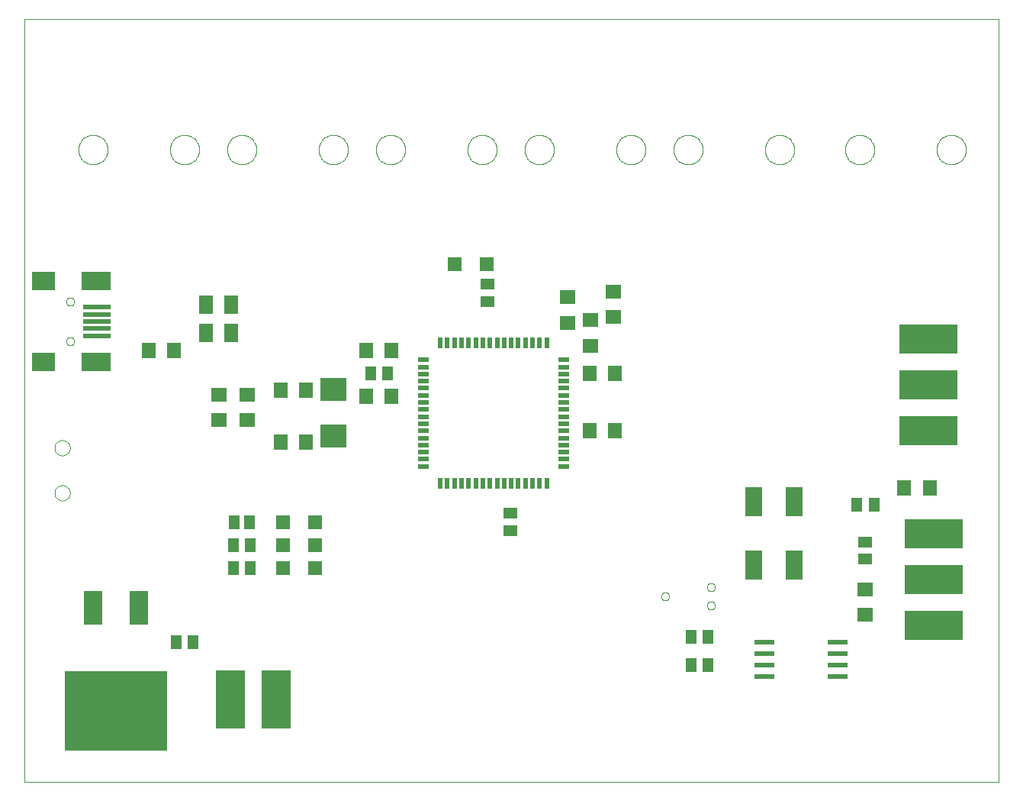
<source format=gtp>
G75*
%MOIN*%
%OFA0B0*%
%FSLAX24Y24*%
%IPPOS*%
%LPD*%
%AMOC8*
5,1,8,0,0,1.08239X$1,22.5*
%
%ADD10C,0.0000*%
%ADD11R,0.0512X0.0591*%
%ADD12R,0.0591X0.0591*%
%ADD13R,0.0630X0.0709*%
%ADD14R,0.0709X0.0630*%
%ADD15R,0.0750X0.1250*%
%ADD16R,0.0630X0.0512*%
%ADD17R,0.0512X0.0630*%
%ADD18R,0.1181X0.0984*%
%ADD19R,0.0984X0.0787*%
%ADD20R,0.1299X0.0787*%
%ADD21R,0.1220X0.0197*%
%ADD22R,0.0630X0.0787*%
%ADD23R,0.0870X0.0240*%
%ADD24R,0.0820X0.1500*%
%ADD25R,0.4500X0.3500*%
%ADD26R,0.1280X0.2540*%
%ADD27R,0.2540X0.1280*%
%ADD28R,0.0710X0.0630*%
%ADD29R,0.0630X0.0710*%
%ADD30R,0.0591X0.0512*%
%ADD31R,0.0470X0.0220*%
%ADD32R,0.0220X0.0470*%
D10*
X000450Y000330D02*
X000450Y033626D01*
X043020Y033626D01*
X043020Y000330D01*
X000450Y000330D01*
X001769Y012946D02*
X001771Y012982D01*
X001777Y013018D01*
X001787Y013053D01*
X001800Y013087D01*
X001817Y013119D01*
X001837Y013149D01*
X001861Y013176D01*
X001887Y013201D01*
X001916Y013223D01*
X001947Y013242D01*
X001980Y013257D01*
X002014Y013269D01*
X002050Y013277D01*
X002086Y013281D01*
X002122Y013281D01*
X002158Y013277D01*
X002194Y013269D01*
X002228Y013257D01*
X002261Y013242D01*
X002292Y013223D01*
X002321Y013201D01*
X002347Y013176D01*
X002371Y013149D01*
X002391Y013119D01*
X002408Y013087D01*
X002421Y013053D01*
X002431Y013018D01*
X002437Y012982D01*
X002439Y012946D01*
X002437Y012910D01*
X002431Y012874D01*
X002421Y012839D01*
X002408Y012805D01*
X002391Y012773D01*
X002371Y012743D01*
X002347Y012716D01*
X002321Y012691D01*
X002292Y012669D01*
X002261Y012650D01*
X002228Y012635D01*
X002194Y012623D01*
X002158Y012615D01*
X002122Y012611D01*
X002086Y012611D01*
X002050Y012615D01*
X002014Y012623D01*
X001980Y012635D01*
X001947Y012650D01*
X001916Y012669D01*
X001887Y012691D01*
X001861Y012716D01*
X001837Y012743D01*
X001817Y012773D01*
X001800Y012805D01*
X001787Y012839D01*
X001777Y012874D01*
X001771Y012910D01*
X001769Y012946D01*
X001769Y014914D02*
X001771Y014950D01*
X001777Y014986D01*
X001787Y015021D01*
X001800Y015055D01*
X001817Y015087D01*
X001837Y015117D01*
X001861Y015144D01*
X001887Y015169D01*
X001916Y015191D01*
X001947Y015210D01*
X001980Y015225D01*
X002014Y015237D01*
X002050Y015245D01*
X002086Y015249D01*
X002122Y015249D01*
X002158Y015245D01*
X002194Y015237D01*
X002228Y015225D01*
X002261Y015210D01*
X002292Y015191D01*
X002321Y015169D01*
X002347Y015144D01*
X002371Y015117D01*
X002391Y015087D01*
X002408Y015055D01*
X002421Y015021D01*
X002431Y014986D01*
X002437Y014950D01*
X002439Y014914D01*
X002437Y014878D01*
X002431Y014842D01*
X002421Y014807D01*
X002408Y014773D01*
X002391Y014741D01*
X002371Y014711D01*
X002347Y014684D01*
X002321Y014659D01*
X002292Y014637D01*
X002261Y014618D01*
X002228Y014603D01*
X002194Y014591D01*
X002158Y014583D01*
X002122Y014579D01*
X002086Y014579D01*
X002050Y014583D01*
X002014Y014591D01*
X001980Y014603D01*
X001947Y014618D01*
X001916Y014637D01*
X001887Y014659D01*
X001861Y014684D01*
X001837Y014711D01*
X001817Y014741D01*
X001800Y014773D01*
X001787Y014807D01*
X001777Y014842D01*
X001771Y014878D01*
X001769Y014914D01*
X002273Y019564D02*
X002275Y019590D01*
X002281Y019616D01*
X002291Y019641D01*
X002304Y019664D01*
X002320Y019684D01*
X002340Y019702D01*
X002362Y019717D01*
X002385Y019729D01*
X002411Y019737D01*
X002437Y019741D01*
X002463Y019741D01*
X002489Y019737D01*
X002515Y019729D01*
X002539Y019717D01*
X002560Y019702D01*
X002580Y019684D01*
X002596Y019664D01*
X002609Y019641D01*
X002619Y019616D01*
X002625Y019590D01*
X002627Y019564D01*
X002625Y019538D01*
X002619Y019512D01*
X002609Y019487D01*
X002596Y019464D01*
X002580Y019444D01*
X002560Y019426D01*
X002538Y019411D01*
X002515Y019399D01*
X002489Y019391D01*
X002463Y019387D01*
X002437Y019387D01*
X002411Y019391D01*
X002385Y019399D01*
X002361Y019411D01*
X002340Y019426D01*
X002320Y019444D01*
X002304Y019464D01*
X002291Y019487D01*
X002281Y019512D01*
X002275Y019538D01*
X002273Y019564D01*
X002273Y021296D02*
X002275Y021322D01*
X002281Y021348D01*
X002291Y021373D01*
X002304Y021396D01*
X002320Y021416D01*
X002340Y021434D01*
X002362Y021449D01*
X002385Y021461D01*
X002411Y021469D01*
X002437Y021473D01*
X002463Y021473D01*
X002489Y021469D01*
X002515Y021461D01*
X002539Y021449D01*
X002560Y021434D01*
X002580Y021416D01*
X002596Y021396D01*
X002609Y021373D01*
X002619Y021348D01*
X002625Y021322D01*
X002627Y021296D01*
X002625Y021270D01*
X002619Y021244D01*
X002609Y021219D01*
X002596Y021196D01*
X002580Y021176D01*
X002560Y021158D01*
X002538Y021143D01*
X002515Y021131D01*
X002489Y021123D01*
X002463Y021119D01*
X002437Y021119D01*
X002411Y021123D01*
X002385Y021131D01*
X002361Y021143D01*
X002340Y021158D01*
X002320Y021176D01*
X002304Y021196D01*
X002291Y021219D01*
X002281Y021244D01*
X002275Y021270D01*
X002273Y021296D01*
X002810Y027930D02*
X002812Y027980D01*
X002818Y028030D01*
X002828Y028079D01*
X002841Y028128D01*
X002859Y028175D01*
X002880Y028221D01*
X002904Y028264D01*
X002932Y028306D01*
X002963Y028346D01*
X002997Y028383D01*
X003034Y028417D01*
X003074Y028448D01*
X003116Y028476D01*
X003159Y028500D01*
X003205Y028521D01*
X003252Y028539D01*
X003301Y028552D01*
X003350Y028562D01*
X003400Y028568D01*
X003450Y028570D01*
X003500Y028568D01*
X003550Y028562D01*
X003599Y028552D01*
X003648Y028539D01*
X003695Y028521D01*
X003741Y028500D01*
X003784Y028476D01*
X003826Y028448D01*
X003866Y028417D01*
X003903Y028383D01*
X003937Y028346D01*
X003968Y028306D01*
X003996Y028264D01*
X004020Y028221D01*
X004041Y028175D01*
X004059Y028128D01*
X004072Y028079D01*
X004082Y028030D01*
X004088Y027980D01*
X004090Y027930D01*
X004088Y027880D01*
X004082Y027830D01*
X004072Y027781D01*
X004059Y027732D01*
X004041Y027685D01*
X004020Y027639D01*
X003996Y027596D01*
X003968Y027554D01*
X003937Y027514D01*
X003903Y027477D01*
X003866Y027443D01*
X003826Y027412D01*
X003784Y027384D01*
X003741Y027360D01*
X003695Y027339D01*
X003648Y027321D01*
X003599Y027308D01*
X003550Y027298D01*
X003500Y027292D01*
X003450Y027290D01*
X003400Y027292D01*
X003350Y027298D01*
X003301Y027308D01*
X003252Y027321D01*
X003205Y027339D01*
X003159Y027360D01*
X003116Y027384D01*
X003074Y027412D01*
X003034Y027443D01*
X002997Y027477D01*
X002963Y027514D01*
X002932Y027554D01*
X002904Y027596D01*
X002880Y027639D01*
X002859Y027685D01*
X002841Y027732D01*
X002828Y027781D01*
X002818Y027830D01*
X002812Y027880D01*
X002810Y027930D01*
X006810Y027930D02*
X006812Y027980D01*
X006818Y028030D01*
X006828Y028079D01*
X006841Y028128D01*
X006859Y028175D01*
X006880Y028221D01*
X006904Y028264D01*
X006932Y028306D01*
X006963Y028346D01*
X006997Y028383D01*
X007034Y028417D01*
X007074Y028448D01*
X007116Y028476D01*
X007159Y028500D01*
X007205Y028521D01*
X007252Y028539D01*
X007301Y028552D01*
X007350Y028562D01*
X007400Y028568D01*
X007450Y028570D01*
X007500Y028568D01*
X007550Y028562D01*
X007599Y028552D01*
X007648Y028539D01*
X007695Y028521D01*
X007741Y028500D01*
X007784Y028476D01*
X007826Y028448D01*
X007866Y028417D01*
X007903Y028383D01*
X007937Y028346D01*
X007968Y028306D01*
X007996Y028264D01*
X008020Y028221D01*
X008041Y028175D01*
X008059Y028128D01*
X008072Y028079D01*
X008082Y028030D01*
X008088Y027980D01*
X008090Y027930D01*
X008088Y027880D01*
X008082Y027830D01*
X008072Y027781D01*
X008059Y027732D01*
X008041Y027685D01*
X008020Y027639D01*
X007996Y027596D01*
X007968Y027554D01*
X007937Y027514D01*
X007903Y027477D01*
X007866Y027443D01*
X007826Y027412D01*
X007784Y027384D01*
X007741Y027360D01*
X007695Y027339D01*
X007648Y027321D01*
X007599Y027308D01*
X007550Y027298D01*
X007500Y027292D01*
X007450Y027290D01*
X007400Y027292D01*
X007350Y027298D01*
X007301Y027308D01*
X007252Y027321D01*
X007205Y027339D01*
X007159Y027360D01*
X007116Y027384D01*
X007074Y027412D01*
X007034Y027443D01*
X006997Y027477D01*
X006963Y027514D01*
X006932Y027554D01*
X006904Y027596D01*
X006880Y027639D01*
X006859Y027685D01*
X006841Y027732D01*
X006828Y027781D01*
X006818Y027830D01*
X006812Y027880D01*
X006810Y027930D01*
X009310Y027930D02*
X009312Y027980D01*
X009318Y028030D01*
X009328Y028079D01*
X009341Y028128D01*
X009359Y028175D01*
X009380Y028221D01*
X009404Y028264D01*
X009432Y028306D01*
X009463Y028346D01*
X009497Y028383D01*
X009534Y028417D01*
X009574Y028448D01*
X009616Y028476D01*
X009659Y028500D01*
X009705Y028521D01*
X009752Y028539D01*
X009801Y028552D01*
X009850Y028562D01*
X009900Y028568D01*
X009950Y028570D01*
X010000Y028568D01*
X010050Y028562D01*
X010099Y028552D01*
X010148Y028539D01*
X010195Y028521D01*
X010241Y028500D01*
X010284Y028476D01*
X010326Y028448D01*
X010366Y028417D01*
X010403Y028383D01*
X010437Y028346D01*
X010468Y028306D01*
X010496Y028264D01*
X010520Y028221D01*
X010541Y028175D01*
X010559Y028128D01*
X010572Y028079D01*
X010582Y028030D01*
X010588Y027980D01*
X010590Y027930D01*
X010588Y027880D01*
X010582Y027830D01*
X010572Y027781D01*
X010559Y027732D01*
X010541Y027685D01*
X010520Y027639D01*
X010496Y027596D01*
X010468Y027554D01*
X010437Y027514D01*
X010403Y027477D01*
X010366Y027443D01*
X010326Y027412D01*
X010284Y027384D01*
X010241Y027360D01*
X010195Y027339D01*
X010148Y027321D01*
X010099Y027308D01*
X010050Y027298D01*
X010000Y027292D01*
X009950Y027290D01*
X009900Y027292D01*
X009850Y027298D01*
X009801Y027308D01*
X009752Y027321D01*
X009705Y027339D01*
X009659Y027360D01*
X009616Y027384D01*
X009574Y027412D01*
X009534Y027443D01*
X009497Y027477D01*
X009463Y027514D01*
X009432Y027554D01*
X009404Y027596D01*
X009380Y027639D01*
X009359Y027685D01*
X009341Y027732D01*
X009328Y027781D01*
X009318Y027830D01*
X009312Y027880D01*
X009310Y027930D01*
X013310Y027930D02*
X013312Y027980D01*
X013318Y028030D01*
X013328Y028079D01*
X013341Y028128D01*
X013359Y028175D01*
X013380Y028221D01*
X013404Y028264D01*
X013432Y028306D01*
X013463Y028346D01*
X013497Y028383D01*
X013534Y028417D01*
X013574Y028448D01*
X013616Y028476D01*
X013659Y028500D01*
X013705Y028521D01*
X013752Y028539D01*
X013801Y028552D01*
X013850Y028562D01*
X013900Y028568D01*
X013950Y028570D01*
X014000Y028568D01*
X014050Y028562D01*
X014099Y028552D01*
X014148Y028539D01*
X014195Y028521D01*
X014241Y028500D01*
X014284Y028476D01*
X014326Y028448D01*
X014366Y028417D01*
X014403Y028383D01*
X014437Y028346D01*
X014468Y028306D01*
X014496Y028264D01*
X014520Y028221D01*
X014541Y028175D01*
X014559Y028128D01*
X014572Y028079D01*
X014582Y028030D01*
X014588Y027980D01*
X014590Y027930D01*
X014588Y027880D01*
X014582Y027830D01*
X014572Y027781D01*
X014559Y027732D01*
X014541Y027685D01*
X014520Y027639D01*
X014496Y027596D01*
X014468Y027554D01*
X014437Y027514D01*
X014403Y027477D01*
X014366Y027443D01*
X014326Y027412D01*
X014284Y027384D01*
X014241Y027360D01*
X014195Y027339D01*
X014148Y027321D01*
X014099Y027308D01*
X014050Y027298D01*
X014000Y027292D01*
X013950Y027290D01*
X013900Y027292D01*
X013850Y027298D01*
X013801Y027308D01*
X013752Y027321D01*
X013705Y027339D01*
X013659Y027360D01*
X013616Y027384D01*
X013574Y027412D01*
X013534Y027443D01*
X013497Y027477D01*
X013463Y027514D01*
X013432Y027554D01*
X013404Y027596D01*
X013380Y027639D01*
X013359Y027685D01*
X013341Y027732D01*
X013328Y027781D01*
X013318Y027830D01*
X013312Y027880D01*
X013310Y027930D01*
X015810Y027930D02*
X015812Y027980D01*
X015818Y028030D01*
X015828Y028079D01*
X015841Y028128D01*
X015859Y028175D01*
X015880Y028221D01*
X015904Y028264D01*
X015932Y028306D01*
X015963Y028346D01*
X015997Y028383D01*
X016034Y028417D01*
X016074Y028448D01*
X016116Y028476D01*
X016159Y028500D01*
X016205Y028521D01*
X016252Y028539D01*
X016301Y028552D01*
X016350Y028562D01*
X016400Y028568D01*
X016450Y028570D01*
X016500Y028568D01*
X016550Y028562D01*
X016599Y028552D01*
X016648Y028539D01*
X016695Y028521D01*
X016741Y028500D01*
X016784Y028476D01*
X016826Y028448D01*
X016866Y028417D01*
X016903Y028383D01*
X016937Y028346D01*
X016968Y028306D01*
X016996Y028264D01*
X017020Y028221D01*
X017041Y028175D01*
X017059Y028128D01*
X017072Y028079D01*
X017082Y028030D01*
X017088Y027980D01*
X017090Y027930D01*
X017088Y027880D01*
X017082Y027830D01*
X017072Y027781D01*
X017059Y027732D01*
X017041Y027685D01*
X017020Y027639D01*
X016996Y027596D01*
X016968Y027554D01*
X016937Y027514D01*
X016903Y027477D01*
X016866Y027443D01*
X016826Y027412D01*
X016784Y027384D01*
X016741Y027360D01*
X016695Y027339D01*
X016648Y027321D01*
X016599Y027308D01*
X016550Y027298D01*
X016500Y027292D01*
X016450Y027290D01*
X016400Y027292D01*
X016350Y027298D01*
X016301Y027308D01*
X016252Y027321D01*
X016205Y027339D01*
X016159Y027360D01*
X016116Y027384D01*
X016074Y027412D01*
X016034Y027443D01*
X015997Y027477D01*
X015963Y027514D01*
X015932Y027554D01*
X015904Y027596D01*
X015880Y027639D01*
X015859Y027685D01*
X015841Y027732D01*
X015828Y027781D01*
X015818Y027830D01*
X015812Y027880D01*
X015810Y027930D01*
X019810Y027930D02*
X019812Y027980D01*
X019818Y028030D01*
X019828Y028079D01*
X019841Y028128D01*
X019859Y028175D01*
X019880Y028221D01*
X019904Y028264D01*
X019932Y028306D01*
X019963Y028346D01*
X019997Y028383D01*
X020034Y028417D01*
X020074Y028448D01*
X020116Y028476D01*
X020159Y028500D01*
X020205Y028521D01*
X020252Y028539D01*
X020301Y028552D01*
X020350Y028562D01*
X020400Y028568D01*
X020450Y028570D01*
X020500Y028568D01*
X020550Y028562D01*
X020599Y028552D01*
X020648Y028539D01*
X020695Y028521D01*
X020741Y028500D01*
X020784Y028476D01*
X020826Y028448D01*
X020866Y028417D01*
X020903Y028383D01*
X020937Y028346D01*
X020968Y028306D01*
X020996Y028264D01*
X021020Y028221D01*
X021041Y028175D01*
X021059Y028128D01*
X021072Y028079D01*
X021082Y028030D01*
X021088Y027980D01*
X021090Y027930D01*
X021088Y027880D01*
X021082Y027830D01*
X021072Y027781D01*
X021059Y027732D01*
X021041Y027685D01*
X021020Y027639D01*
X020996Y027596D01*
X020968Y027554D01*
X020937Y027514D01*
X020903Y027477D01*
X020866Y027443D01*
X020826Y027412D01*
X020784Y027384D01*
X020741Y027360D01*
X020695Y027339D01*
X020648Y027321D01*
X020599Y027308D01*
X020550Y027298D01*
X020500Y027292D01*
X020450Y027290D01*
X020400Y027292D01*
X020350Y027298D01*
X020301Y027308D01*
X020252Y027321D01*
X020205Y027339D01*
X020159Y027360D01*
X020116Y027384D01*
X020074Y027412D01*
X020034Y027443D01*
X019997Y027477D01*
X019963Y027514D01*
X019932Y027554D01*
X019904Y027596D01*
X019880Y027639D01*
X019859Y027685D01*
X019841Y027732D01*
X019828Y027781D01*
X019818Y027830D01*
X019812Y027880D01*
X019810Y027930D01*
X022310Y027930D02*
X022312Y027980D01*
X022318Y028030D01*
X022328Y028079D01*
X022341Y028128D01*
X022359Y028175D01*
X022380Y028221D01*
X022404Y028264D01*
X022432Y028306D01*
X022463Y028346D01*
X022497Y028383D01*
X022534Y028417D01*
X022574Y028448D01*
X022616Y028476D01*
X022659Y028500D01*
X022705Y028521D01*
X022752Y028539D01*
X022801Y028552D01*
X022850Y028562D01*
X022900Y028568D01*
X022950Y028570D01*
X023000Y028568D01*
X023050Y028562D01*
X023099Y028552D01*
X023148Y028539D01*
X023195Y028521D01*
X023241Y028500D01*
X023284Y028476D01*
X023326Y028448D01*
X023366Y028417D01*
X023403Y028383D01*
X023437Y028346D01*
X023468Y028306D01*
X023496Y028264D01*
X023520Y028221D01*
X023541Y028175D01*
X023559Y028128D01*
X023572Y028079D01*
X023582Y028030D01*
X023588Y027980D01*
X023590Y027930D01*
X023588Y027880D01*
X023582Y027830D01*
X023572Y027781D01*
X023559Y027732D01*
X023541Y027685D01*
X023520Y027639D01*
X023496Y027596D01*
X023468Y027554D01*
X023437Y027514D01*
X023403Y027477D01*
X023366Y027443D01*
X023326Y027412D01*
X023284Y027384D01*
X023241Y027360D01*
X023195Y027339D01*
X023148Y027321D01*
X023099Y027308D01*
X023050Y027298D01*
X023000Y027292D01*
X022950Y027290D01*
X022900Y027292D01*
X022850Y027298D01*
X022801Y027308D01*
X022752Y027321D01*
X022705Y027339D01*
X022659Y027360D01*
X022616Y027384D01*
X022574Y027412D01*
X022534Y027443D01*
X022497Y027477D01*
X022463Y027514D01*
X022432Y027554D01*
X022404Y027596D01*
X022380Y027639D01*
X022359Y027685D01*
X022341Y027732D01*
X022328Y027781D01*
X022318Y027830D01*
X022312Y027880D01*
X022310Y027930D01*
X026310Y027930D02*
X026312Y027980D01*
X026318Y028030D01*
X026328Y028079D01*
X026341Y028128D01*
X026359Y028175D01*
X026380Y028221D01*
X026404Y028264D01*
X026432Y028306D01*
X026463Y028346D01*
X026497Y028383D01*
X026534Y028417D01*
X026574Y028448D01*
X026616Y028476D01*
X026659Y028500D01*
X026705Y028521D01*
X026752Y028539D01*
X026801Y028552D01*
X026850Y028562D01*
X026900Y028568D01*
X026950Y028570D01*
X027000Y028568D01*
X027050Y028562D01*
X027099Y028552D01*
X027148Y028539D01*
X027195Y028521D01*
X027241Y028500D01*
X027284Y028476D01*
X027326Y028448D01*
X027366Y028417D01*
X027403Y028383D01*
X027437Y028346D01*
X027468Y028306D01*
X027496Y028264D01*
X027520Y028221D01*
X027541Y028175D01*
X027559Y028128D01*
X027572Y028079D01*
X027582Y028030D01*
X027588Y027980D01*
X027590Y027930D01*
X027588Y027880D01*
X027582Y027830D01*
X027572Y027781D01*
X027559Y027732D01*
X027541Y027685D01*
X027520Y027639D01*
X027496Y027596D01*
X027468Y027554D01*
X027437Y027514D01*
X027403Y027477D01*
X027366Y027443D01*
X027326Y027412D01*
X027284Y027384D01*
X027241Y027360D01*
X027195Y027339D01*
X027148Y027321D01*
X027099Y027308D01*
X027050Y027298D01*
X027000Y027292D01*
X026950Y027290D01*
X026900Y027292D01*
X026850Y027298D01*
X026801Y027308D01*
X026752Y027321D01*
X026705Y027339D01*
X026659Y027360D01*
X026616Y027384D01*
X026574Y027412D01*
X026534Y027443D01*
X026497Y027477D01*
X026463Y027514D01*
X026432Y027554D01*
X026404Y027596D01*
X026380Y027639D01*
X026359Y027685D01*
X026341Y027732D01*
X026328Y027781D01*
X026318Y027830D01*
X026312Y027880D01*
X026310Y027930D01*
X028810Y027930D02*
X028812Y027980D01*
X028818Y028030D01*
X028828Y028079D01*
X028841Y028128D01*
X028859Y028175D01*
X028880Y028221D01*
X028904Y028264D01*
X028932Y028306D01*
X028963Y028346D01*
X028997Y028383D01*
X029034Y028417D01*
X029074Y028448D01*
X029116Y028476D01*
X029159Y028500D01*
X029205Y028521D01*
X029252Y028539D01*
X029301Y028552D01*
X029350Y028562D01*
X029400Y028568D01*
X029450Y028570D01*
X029500Y028568D01*
X029550Y028562D01*
X029599Y028552D01*
X029648Y028539D01*
X029695Y028521D01*
X029741Y028500D01*
X029784Y028476D01*
X029826Y028448D01*
X029866Y028417D01*
X029903Y028383D01*
X029937Y028346D01*
X029968Y028306D01*
X029996Y028264D01*
X030020Y028221D01*
X030041Y028175D01*
X030059Y028128D01*
X030072Y028079D01*
X030082Y028030D01*
X030088Y027980D01*
X030090Y027930D01*
X030088Y027880D01*
X030082Y027830D01*
X030072Y027781D01*
X030059Y027732D01*
X030041Y027685D01*
X030020Y027639D01*
X029996Y027596D01*
X029968Y027554D01*
X029937Y027514D01*
X029903Y027477D01*
X029866Y027443D01*
X029826Y027412D01*
X029784Y027384D01*
X029741Y027360D01*
X029695Y027339D01*
X029648Y027321D01*
X029599Y027308D01*
X029550Y027298D01*
X029500Y027292D01*
X029450Y027290D01*
X029400Y027292D01*
X029350Y027298D01*
X029301Y027308D01*
X029252Y027321D01*
X029205Y027339D01*
X029159Y027360D01*
X029116Y027384D01*
X029074Y027412D01*
X029034Y027443D01*
X028997Y027477D01*
X028963Y027514D01*
X028932Y027554D01*
X028904Y027596D01*
X028880Y027639D01*
X028859Y027685D01*
X028841Y027732D01*
X028828Y027781D01*
X028818Y027830D01*
X028812Y027880D01*
X028810Y027930D01*
X032810Y027930D02*
X032812Y027980D01*
X032818Y028030D01*
X032828Y028079D01*
X032841Y028128D01*
X032859Y028175D01*
X032880Y028221D01*
X032904Y028264D01*
X032932Y028306D01*
X032963Y028346D01*
X032997Y028383D01*
X033034Y028417D01*
X033074Y028448D01*
X033116Y028476D01*
X033159Y028500D01*
X033205Y028521D01*
X033252Y028539D01*
X033301Y028552D01*
X033350Y028562D01*
X033400Y028568D01*
X033450Y028570D01*
X033500Y028568D01*
X033550Y028562D01*
X033599Y028552D01*
X033648Y028539D01*
X033695Y028521D01*
X033741Y028500D01*
X033784Y028476D01*
X033826Y028448D01*
X033866Y028417D01*
X033903Y028383D01*
X033937Y028346D01*
X033968Y028306D01*
X033996Y028264D01*
X034020Y028221D01*
X034041Y028175D01*
X034059Y028128D01*
X034072Y028079D01*
X034082Y028030D01*
X034088Y027980D01*
X034090Y027930D01*
X034088Y027880D01*
X034082Y027830D01*
X034072Y027781D01*
X034059Y027732D01*
X034041Y027685D01*
X034020Y027639D01*
X033996Y027596D01*
X033968Y027554D01*
X033937Y027514D01*
X033903Y027477D01*
X033866Y027443D01*
X033826Y027412D01*
X033784Y027384D01*
X033741Y027360D01*
X033695Y027339D01*
X033648Y027321D01*
X033599Y027308D01*
X033550Y027298D01*
X033500Y027292D01*
X033450Y027290D01*
X033400Y027292D01*
X033350Y027298D01*
X033301Y027308D01*
X033252Y027321D01*
X033205Y027339D01*
X033159Y027360D01*
X033116Y027384D01*
X033074Y027412D01*
X033034Y027443D01*
X032997Y027477D01*
X032963Y027514D01*
X032932Y027554D01*
X032904Y027596D01*
X032880Y027639D01*
X032859Y027685D01*
X032841Y027732D01*
X032828Y027781D01*
X032818Y027830D01*
X032812Y027880D01*
X032810Y027930D01*
X036310Y027930D02*
X036312Y027980D01*
X036318Y028030D01*
X036328Y028079D01*
X036341Y028128D01*
X036359Y028175D01*
X036380Y028221D01*
X036404Y028264D01*
X036432Y028306D01*
X036463Y028346D01*
X036497Y028383D01*
X036534Y028417D01*
X036574Y028448D01*
X036616Y028476D01*
X036659Y028500D01*
X036705Y028521D01*
X036752Y028539D01*
X036801Y028552D01*
X036850Y028562D01*
X036900Y028568D01*
X036950Y028570D01*
X037000Y028568D01*
X037050Y028562D01*
X037099Y028552D01*
X037148Y028539D01*
X037195Y028521D01*
X037241Y028500D01*
X037284Y028476D01*
X037326Y028448D01*
X037366Y028417D01*
X037403Y028383D01*
X037437Y028346D01*
X037468Y028306D01*
X037496Y028264D01*
X037520Y028221D01*
X037541Y028175D01*
X037559Y028128D01*
X037572Y028079D01*
X037582Y028030D01*
X037588Y027980D01*
X037590Y027930D01*
X037588Y027880D01*
X037582Y027830D01*
X037572Y027781D01*
X037559Y027732D01*
X037541Y027685D01*
X037520Y027639D01*
X037496Y027596D01*
X037468Y027554D01*
X037437Y027514D01*
X037403Y027477D01*
X037366Y027443D01*
X037326Y027412D01*
X037284Y027384D01*
X037241Y027360D01*
X037195Y027339D01*
X037148Y027321D01*
X037099Y027308D01*
X037050Y027298D01*
X037000Y027292D01*
X036950Y027290D01*
X036900Y027292D01*
X036850Y027298D01*
X036801Y027308D01*
X036752Y027321D01*
X036705Y027339D01*
X036659Y027360D01*
X036616Y027384D01*
X036574Y027412D01*
X036534Y027443D01*
X036497Y027477D01*
X036463Y027514D01*
X036432Y027554D01*
X036404Y027596D01*
X036380Y027639D01*
X036359Y027685D01*
X036341Y027732D01*
X036328Y027781D01*
X036318Y027830D01*
X036312Y027880D01*
X036310Y027930D01*
X040310Y027930D02*
X040312Y027980D01*
X040318Y028030D01*
X040328Y028079D01*
X040341Y028128D01*
X040359Y028175D01*
X040380Y028221D01*
X040404Y028264D01*
X040432Y028306D01*
X040463Y028346D01*
X040497Y028383D01*
X040534Y028417D01*
X040574Y028448D01*
X040616Y028476D01*
X040659Y028500D01*
X040705Y028521D01*
X040752Y028539D01*
X040801Y028552D01*
X040850Y028562D01*
X040900Y028568D01*
X040950Y028570D01*
X041000Y028568D01*
X041050Y028562D01*
X041099Y028552D01*
X041148Y028539D01*
X041195Y028521D01*
X041241Y028500D01*
X041284Y028476D01*
X041326Y028448D01*
X041366Y028417D01*
X041403Y028383D01*
X041437Y028346D01*
X041468Y028306D01*
X041496Y028264D01*
X041520Y028221D01*
X041541Y028175D01*
X041559Y028128D01*
X041572Y028079D01*
X041582Y028030D01*
X041588Y027980D01*
X041590Y027930D01*
X041588Y027880D01*
X041582Y027830D01*
X041572Y027781D01*
X041559Y027732D01*
X041541Y027685D01*
X041520Y027639D01*
X041496Y027596D01*
X041468Y027554D01*
X041437Y027514D01*
X041403Y027477D01*
X041366Y027443D01*
X041326Y027412D01*
X041284Y027384D01*
X041241Y027360D01*
X041195Y027339D01*
X041148Y027321D01*
X041099Y027308D01*
X041050Y027298D01*
X041000Y027292D01*
X040950Y027290D01*
X040900Y027292D01*
X040850Y027298D01*
X040801Y027308D01*
X040752Y027321D01*
X040705Y027339D01*
X040659Y027360D01*
X040616Y027384D01*
X040574Y027412D01*
X040534Y027443D01*
X040497Y027477D01*
X040463Y027514D01*
X040432Y027554D01*
X040404Y027596D01*
X040380Y027639D01*
X040359Y027685D01*
X040341Y027732D01*
X040328Y027781D01*
X040318Y027830D01*
X040312Y027880D01*
X040310Y027930D01*
X030275Y008830D02*
X030277Y008856D01*
X030283Y008882D01*
X030292Y008906D01*
X030305Y008929D01*
X030322Y008949D01*
X030341Y008967D01*
X030363Y008982D01*
X030386Y008993D01*
X030411Y009001D01*
X030437Y009005D01*
X030463Y009005D01*
X030489Y009001D01*
X030514Y008993D01*
X030538Y008982D01*
X030559Y008967D01*
X030578Y008949D01*
X030595Y008929D01*
X030608Y008906D01*
X030617Y008882D01*
X030623Y008856D01*
X030625Y008830D01*
X030623Y008804D01*
X030617Y008778D01*
X030608Y008754D01*
X030595Y008731D01*
X030578Y008711D01*
X030559Y008693D01*
X030537Y008678D01*
X030514Y008667D01*
X030489Y008659D01*
X030463Y008655D01*
X030437Y008655D01*
X030411Y008659D01*
X030386Y008667D01*
X030362Y008678D01*
X030341Y008693D01*
X030322Y008711D01*
X030305Y008731D01*
X030292Y008754D01*
X030283Y008778D01*
X030277Y008804D01*
X030275Y008830D01*
X030275Y008030D02*
X030277Y008056D01*
X030283Y008082D01*
X030292Y008106D01*
X030305Y008129D01*
X030322Y008149D01*
X030341Y008167D01*
X030363Y008182D01*
X030386Y008193D01*
X030411Y008201D01*
X030437Y008205D01*
X030463Y008205D01*
X030489Y008201D01*
X030514Y008193D01*
X030538Y008182D01*
X030559Y008167D01*
X030578Y008149D01*
X030595Y008129D01*
X030608Y008106D01*
X030617Y008082D01*
X030623Y008056D01*
X030625Y008030D01*
X030623Y008004D01*
X030617Y007978D01*
X030608Y007954D01*
X030595Y007931D01*
X030578Y007911D01*
X030559Y007893D01*
X030537Y007878D01*
X030514Y007867D01*
X030489Y007859D01*
X030463Y007855D01*
X030437Y007855D01*
X030411Y007859D01*
X030386Y007867D01*
X030362Y007878D01*
X030341Y007893D01*
X030322Y007911D01*
X030305Y007931D01*
X030292Y007954D01*
X030283Y007978D01*
X030277Y008004D01*
X030275Y008030D01*
X028275Y008430D02*
X028277Y008456D01*
X028283Y008482D01*
X028292Y008506D01*
X028305Y008529D01*
X028322Y008549D01*
X028341Y008567D01*
X028363Y008582D01*
X028386Y008593D01*
X028411Y008601D01*
X028437Y008605D01*
X028463Y008605D01*
X028489Y008601D01*
X028514Y008593D01*
X028538Y008582D01*
X028559Y008567D01*
X028578Y008549D01*
X028595Y008529D01*
X028608Y008506D01*
X028617Y008482D01*
X028623Y008456D01*
X028625Y008430D01*
X028623Y008404D01*
X028617Y008378D01*
X028608Y008354D01*
X028595Y008331D01*
X028578Y008311D01*
X028559Y008293D01*
X028537Y008278D01*
X028514Y008267D01*
X028489Y008259D01*
X028463Y008255D01*
X028437Y008255D01*
X028411Y008259D01*
X028386Y008267D01*
X028362Y008278D01*
X028341Y008293D01*
X028322Y008311D01*
X028305Y008331D01*
X028292Y008354D01*
X028283Y008378D01*
X028277Y008404D01*
X028275Y008430D01*
D11*
X029576Y006680D03*
X030324Y006680D03*
X030324Y005430D03*
X029576Y005430D03*
X036826Y012430D03*
X037574Y012430D03*
X010285Y011680D03*
X009615Y011680D03*
X009576Y010680D03*
X010324Y010680D03*
X010324Y009680D03*
X009576Y009680D03*
X007824Y006430D03*
X007076Y006430D03*
D12*
X011761Y009680D03*
X011761Y010680D03*
X011761Y011680D03*
X013139Y011680D03*
X013139Y010680D03*
X013139Y009680D03*
X019261Y022930D03*
X020639Y022930D03*
D13*
X016501Y019180D03*
X015399Y019180D03*
X015399Y017180D03*
X016501Y017180D03*
X012751Y017430D03*
X011649Y017430D03*
X011649Y015180D03*
X012751Y015180D03*
X007001Y019180D03*
X005899Y019180D03*
X025149Y018180D03*
X026251Y018180D03*
X026251Y015680D03*
X025149Y015680D03*
D14*
X024200Y020379D03*
X024200Y021481D03*
X026200Y021731D03*
X026200Y020629D03*
X010200Y017231D03*
X010200Y016129D03*
X008950Y016129D03*
X008950Y017231D03*
D15*
X032325Y012555D03*
X034075Y012555D03*
X034075Y009805D03*
X032325Y009805D03*
D16*
X021700Y011306D03*
X021700Y012054D03*
D17*
X016324Y018180D03*
X015576Y018180D03*
D18*
X013950Y017479D03*
X013950Y015420D03*
D19*
X001269Y018678D03*
X001269Y022182D03*
D20*
X003592Y022182D03*
X003592Y018678D03*
D21*
X003631Y019800D03*
X003631Y020115D03*
X003631Y020430D03*
X003631Y020745D03*
X003631Y021060D03*
D22*
X008399Y021180D03*
X009501Y021180D03*
X009501Y019930D03*
X008399Y019930D03*
D23*
X032795Y006430D03*
X032795Y005930D03*
X032795Y005430D03*
X032795Y004930D03*
X035980Y004930D03*
X035980Y005430D03*
X035980Y005930D03*
X035980Y006430D03*
D24*
X005450Y007930D03*
X003450Y007930D03*
D25*
X004450Y003430D03*
D26*
X009450Y003930D03*
X011450Y003930D03*
D27*
X040200Y007180D03*
X040200Y009180D03*
X040200Y011180D03*
X039950Y015680D03*
X039950Y017680D03*
X039950Y019680D03*
D28*
X037200Y008740D03*
X037200Y007620D03*
X025200Y019370D03*
X025200Y020490D03*
D29*
X038890Y013180D03*
X040010Y013180D03*
D30*
X037200Y010804D03*
X037200Y010056D03*
X020700Y021306D03*
X020700Y022054D03*
D31*
X017895Y018755D03*
X017895Y018445D03*
X017895Y018135D03*
X017895Y017825D03*
X017895Y017515D03*
X017895Y017205D03*
X017895Y016895D03*
X017895Y016585D03*
X017895Y016275D03*
X017895Y015965D03*
X017895Y015655D03*
X017895Y015345D03*
X017895Y015035D03*
X017895Y014725D03*
X017895Y014415D03*
X017895Y014105D03*
X024005Y014105D03*
X024005Y014415D03*
X024005Y014725D03*
X024005Y015035D03*
X024005Y015345D03*
X024005Y015655D03*
X024005Y015965D03*
X024005Y016275D03*
X024005Y016585D03*
X024005Y016895D03*
X024005Y017205D03*
X024005Y017515D03*
X024005Y017825D03*
X024005Y018135D03*
X024005Y018445D03*
X024005Y018755D03*
D32*
X023275Y019485D03*
X022965Y019485D03*
X022655Y019485D03*
X022345Y019485D03*
X022035Y019485D03*
X021725Y019485D03*
X021415Y019485D03*
X021105Y019485D03*
X020795Y019485D03*
X020485Y019485D03*
X020175Y019485D03*
X019865Y019485D03*
X019555Y019485D03*
X019245Y019485D03*
X018935Y019485D03*
X018625Y019485D03*
X018625Y013375D03*
X018935Y013375D03*
X019245Y013375D03*
X019555Y013375D03*
X019865Y013375D03*
X020175Y013375D03*
X020485Y013375D03*
X020795Y013375D03*
X021105Y013375D03*
X021415Y013375D03*
X021725Y013375D03*
X022035Y013375D03*
X022345Y013375D03*
X022655Y013375D03*
X022965Y013375D03*
X023275Y013375D03*
M02*

</source>
